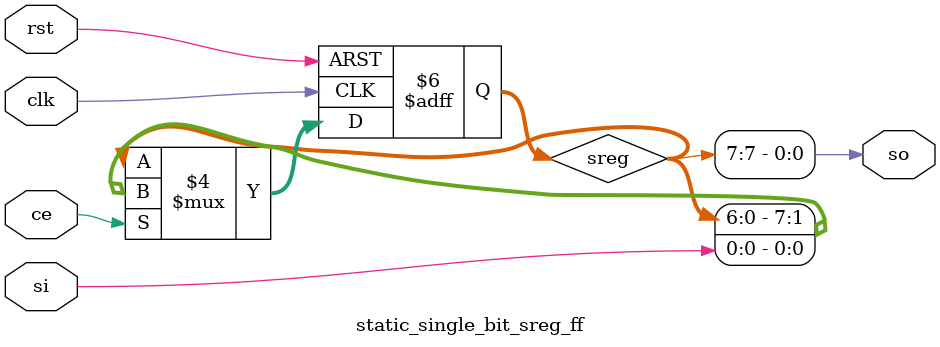
<source format=sv>
module static_single_bit_sreg_ff
#(
  parameter DEPTH = 8,
  parameter SRL_STYLE_VAL = "srl"

)
(
  input logic clk,
  input logic rst,
  input logic ce,
  input logic si,
  output logic so
);

  logic [DEPTH - 1 : 0] sreg = '0;

  always_ff @(posedge clk, posedge rst) begin
    if (rst) begin
      sreg <= '0;
    end
    else if (ce) begin 
      sreg <= {sreg[DEPTH - 2 : 0], si};
    end
  end

  always_comb begin
    so = sreg[DEPTH - 1];
  end
endmodule

</source>
